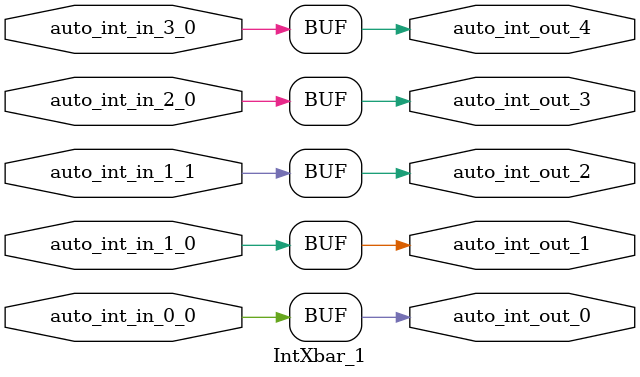
<source format=sv>
`ifndef RANDOMIZE
  `ifdef RANDOMIZE_REG_INIT
    `define RANDOMIZE
  `endif // RANDOMIZE_REG_INIT
`endif // not def RANDOMIZE
`ifndef RANDOMIZE
  `ifdef RANDOMIZE_MEM_INIT
    `define RANDOMIZE
  `endif // RANDOMIZE_MEM_INIT
`endif // not def RANDOMIZE

`ifndef RANDOM
  `define RANDOM $random
`endif // not def RANDOM

// Users can define 'PRINTF_COND' to add an extra gate to prints.
`ifndef PRINTF_COND_
  `ifdef PRINTF_COND
    `define PRINTF_COND_ (`PRINTF_COND)
  `else  // PRINTF_COND
    `define PRINTF_COND_ 1
  `endif // PRINTF_COND
`endif // not def PRINTF_COND_

// Users can define 'ASSERT_VERBOSE_COND' to add an extra gate to assert error printing.
`ifndef ASSERT_VERBOSE_COND_
  `ifdef ASSERT_VERBOSE_COND
    `define ASSERT_VERBOSE_COND_ (`ASSERT_VERBOSE_COND)
  `else  // ASSERT_VERBOSE_COND
    `define ASSERT_VERBOSE_COND_ 1
  `endif // ASSERT_VERBOSE_COND
`endif // not def ASSERT_VERBOSE_COND_

// Users can define 'STOP_COND' to add an extra gate to stop conditions.
`ifndef STOP_COND_
  `ifdef STOP_COND
    `define STOP_COND_ (`STOP_COND)
  `else  // STOP_COND
    `define STOP_COND_ 1
  `endif // STOP_COND
`endif // not def STOP_COND_

// Users can define INIT_RANDOM as general code that gets injected into the
// initializer block for modules with registers.
`ifndef INIT_RANDOM
  `define INIT_RANDOM
`endif // not def INIT_RANDOM

// If using random initialization, you can also define RANDOMIZE_DELAY to
// customize the delay used, otherwise 0.002 is used.
`ifndef RANDOMIZE_DELAY
  `define RANDOMIZE_DELAY 0.002
`endif // not def RANDOMIZE_DELAY

// Define INIT_RANDOM_PROLOG_ for use in our modules below.
`ifndef INIT_RANDOM_PROLOG_
  `ifdef RANDOMIZE
    `ifdef VERILATOR
      `define INIT_RANDOM_PROLOG_ `INIT_RANDOM
    `else  // VERILATOR
      `define INIT_RANDOM_PROLOG_ `INIT_RANDOM #`RANDOMIZE_DELAY begin end
    `endif // VERILATOR
  `else  // RANDOMIZE
    `define INIT_RANDOM_PROLOG_
  `endif // RANDOMIZE
`endif // not def INIT_RANDOM_PROLOG_

// Include register initializers in init blocks unless synthesis is set
`ifndef SYNTHESIS
  `ifndef ENABLE_INITIAL_REG_
    `define ENABLE_INITIAL_REG_
  `endif // not def ENABLE_INITIAL_REG_
`endif // not def SYNTHESIS

// Include rmemory initializers in init blocks unless synthesis is set
`ifndef SYNTHESIS
  `ifndef ENABLE_INITIAL_MEM_
    `define ENABLE_INITIAL_MEM_
  `endif // not def ENABLE_INITIAL_MEM_
`endif // not def SYNTHESIS

module IntXbar_1(
  input  auto_int_in_3_0,
         auto_int_in_2_0,
         auto_int_in_1_0,
         auto_int_in_1_1,
         auto_int_in_0_0,
  output auto_int_out_0,
         auto_int_out_1,
         auto_int_out_2,
         auto_int_out_3,
         auto_int_out_4
);

  assign auto_int_out_0 = auto_int_in_0_0;
  assign auto_int_out_1 = auto_int_in_1_0;
  assign auto_int_out_2 = auto_int_in_1_1;
  assign auto_int_out_3 = auto_int_in_2_0;
  assign auto_int_out_4 = auto_int_in_3_0;
endmodule


</source>
